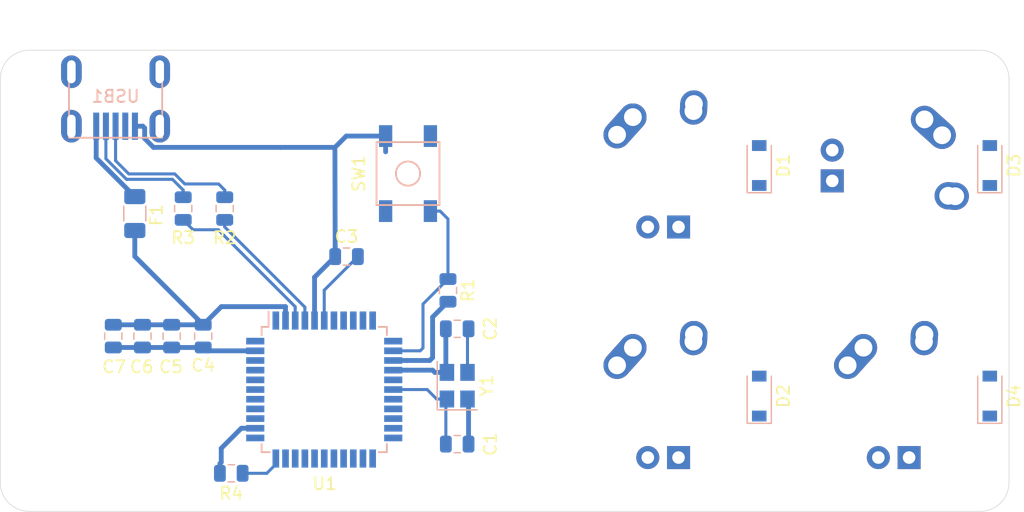
<source format=kicad_pcb>
(kicad_pcb (version 20171130) (host pcbnew "(5.1.4)-1")

  (general
    (thickness 1.6)
    (drawings 8)
    (tracks 83)
    (zones 0)
    (modules 24)
    (nets 46)
  )

  (page A4)
  (layers
    (0 F.Cu signal)
    (31 B.Cu signal)
    (32 B.Adhes user)
    (33 F.Adhes user)
    (34 B.Paste user)
    (35 F.Paste user)
    (36 B.SilkS user)
    (37 F.SilkS user)
    (38 B.Mask user)
    (39 F.Mask user)
    (40 Dwgs.User user)
    (41 Cmts.User user)
    (42 Eco1.User user)
    (43 Eco2.User user)
    (44 Edge.Cuts user)
    (45 Margin user)
    (46 B.CrtYd user)
    (47 F.CrtYd user)
    (48 B.Fab user)
    (49 F.Fab user)
  )

  (setup
    (last_trace_width 0.25)
    (trace_clearance 0.2)
    (zone_clearance 0.508)
    (zone_45_only no)
    (trace_min 0.2)
    (via_size 0.8)
    (via_drill 0.4)
    (via_min_size 0.4)
    (via_min_drill 0.3)
    (uvia_size 0.3)
    (uvia_drill 0.1)
    (uvias_allowed no)
    (uvia_min_size 0.2)
    (uvia_min_drill 0.1)
    (edge_width 0.05)
    (segment_width 0.2)
    (pcb_text_width 0.3)
    (pcb_text_size 1.5 1.5)
    (mod_edge_width 0.12)
    (mod_text_size 1 1)
    (mod_text_width 0.15)
    (pad_size 1.524 1.524)
    (pad_drill 0.762)
    (pad_to_mask_clearance 0.051)
    (solder_mask_min_width 0.25)
    (aux_axis_origin 0 0)
    (visible_elements 7FFFFFFF)
    (pcbplotparams
      (layerselection 0x010fc_ffffffff)
      (usegerberextensions false)
      (usegerberattributes false)
      (usegerberadvancedattributes false)
      (creategerberjobfile false)
      (excludeedgelayer true)
      (linewidth 0.100000)
      (plotframeref false)
      (viasonmask false)
      (mode 1)
      (useauxorigin false)
      (hpglpennumber 1)
      (hpglpenspeed 20)
      (hpglpendiameter 15.000000)
      (psnegative false)
      (psa4output false)
      (plotreference true)
      (plotvalue true)
      (plotinvisibletext false)
      (padsonsilk false)
      (subtractmaskfromsilk false)
      (outputformat 1)
      (mirror false)
      (drillshape 1)
      (scaleselection 1)
      (outputdirectory ""))
  )

  (net 0 "")
  (net 1 "Net-(C1-Pad2)")
  (net 2 GND)
  (net 3 "Net-(C2-Pad1)")
  (net 4 "Net-(C3-Pad1)")
  (net 5 +5V)
  (net 6 "Net-(D1-Pad2)")
  (net 7 ROW0)
  (net 8 "Net-(D2-Pad2)")
  (net 9 ROW1)
  (net 10 "Net-(D3-Pad2)")
  (net 11 "Net-(D4-Pad2)")
  (net 12 VCC)
  (net 13 COL0)
  (net 14 COL1)
  (net 15 "Net-(R1-Pad2)")
  (net 16 D+)
  (net 17 "Net-(R2-Pad1)")
  (net 18 D-)
  (net 19 "Net-(R3-Pad1)")
  (net 20 "Net-(R4-Pad2)")
  (net 21 "Net-(U1-Pad24)")
  (net 22 "Net-(U1-Pad42)")
  (net 23 "Net-(U1-Pad41)")
  (net 24 "Net-(U1-Pad40)")
  (net 25 "Net-(U1-Pad39)")
  (net 26 "Net-(U1-Pad38)")
  (net 27 "Net-(U1-Pad37)")
  (net 28 "Net-(U1-Pad36)")
  (net 29 "Net-(U1-Pad32)")
  (net 30 "Net-(U1-Pad31)")
  (net 31 "Net-(U1-Pad26)")
  (net 32 "Net-(U1-Pad25)")
  (net 33 "Net-(U1-Pad22)")
  (net 34 "Net-(U1-Pad21)")
  (net 35 "Net-(U1-Pad20)")
  (net 36 "Net-(U1-Pad19)")
  (net 37 "Net-(U1-Pad18)")
  (net 38 "Net-(U1-Pad12)")
  (net 39 "Net-(U1-Pad11)")
  (net 40 "Net-(U1-Pad10)")
  (net 41 "Net-(U1-Pad9)")
  (net 42 "Net-(U1-Pad8)")
  (net 43 "Net-(U1-Pad1)")
  (net 44 "Net-(USB1-Pad6)")
  (net 45 "Net-(USB1-Pad2)")

  (net_class Default "This is the default net class."
    (clearance 0.2)
    (trace_width 0.25)
    (via_dia 0.8)
    (via_drill 0.4)
    (uvia_dia 0.3)
    (uvia_drill 0.1)
    (add_net COL0)
    (add_net COL1)
    (add_net D+)
    (add_net D-)
    (add_net "Net-(C1-Pad2)")
    (add_net "Net-(C2-Pad1)")
    (add_net "Net-(C3-Pad1)")
    (add_net "Net-(D1-Pad2)")
    (add_net "Net-(D2-Pad2)")
    (add_net "Net-(D3-Pad2)")
    (add_net "Net-(D4-Pad2)")
    (add_net "Net-(R1-Pad2)")
    (add_net "Net-(R2-Pad1)")
    (add_net "Net-(R3-Pad1)")
    (add_net "Net-(R4-Pad2)")
    (add_net "Net-(U1-Pad1)")
    (add_net "Net-(U1-Pad10)")
    (add_net "Net-(U1-Pad11)")
    (add_net "Net-(U1-Pad12)")
    (add_net "Net-(U1-Pad18)")
    (add_net "Net-(U1-Pad19)")
    (add_net "Net-(U1-Pad20)")
    (add_net "Net-(U1-Pad21)")
    (add_net "Net-(U1-Pad22)")
    (add_net "Net-(U1-Pad24)")
    (add_net "Net-(U1-Pad25)")
    (add_net "Net-(U1-Pad26)")
    (add_net "Net-(U1-Pad31)")
    (add_net "Net-(U1-Pad32)")
    (add_net "Net-(U1-Pad36)")
    (add_net "Net-(U1-Pad37)")
    (add_net "Net-(U1-Pad38)")
    (add_net "Net-(U1-Pad39)")
    (add_net "Net-(U1-Pad40)")
    (add_net "Net-(U1-Pad41)")
    (add_net "Net-(U1-Pad42)")
    (add_net "Net-(U1-Pad8)")
    (add_net "Net-(U1-Pad9)")
    (add_net "Net-(USB1-Pad2)")
    (add_net "Net-(USB1-Pad6)")
    (add_net ROW0)
    (add_net ROW1)
  )

  (net_class Power ""
    (clearance 0.2)
    (trace_width 0.4)
    (via_dia 0.8)
    (via_drill 0.4)
    (uvia_dia 0.3)
    (uvia_drill 0.1)
    (add_net +5V)
    (add_net GND)
    (add_net VCC)
  )

  (module Crystal:Crystal_SMD_3225-4Pin_3.2x2.5mm (layer B.Cu) (tedit 5A0FD1B2) (tstamp 6478654B)
    (at 136.17575 148.36775 90)
    (descr "SMD Crystal SERIES SMD3225/4 http://www.txccrystal.com/images/pdf/7m-accuracy.pdf, 3.2x2.5mm^2 package")
    (tags "SMD SMT crystal")
    (path /64786AFA)
    (attr smd)
    (fp_text reference Y1 (at 0 2.45 90) (layer F.SilkS)
      (effects (font (size 1 1) (thickness 0.15)))
    )
    (fp_text value C (at 0 -2.45 90) (layer F.Fab)
      (effects (font (size 1 1) (thickness 0.15)))
    )
    (fp_line (start 2.1 1.7) (end -2.1 1.7) (layer B.CrtYd) (width 0.05))
    (fp_line (start 2.1 -1.7) (end 2.1 1.7) (layer B.CrtYd) (width 0.05))
    (fp_line (start -2.1 -1.7) (end 2.1 -1.7) (layer B.CrtYd) (width 0.05))
    (fp_line (start -2.1 1.7) (end -2.1 -1.7) (layer B.CrtYd) (width 0.05))
    (fp_line (start -2 -1.65) (end 2 -1.65) (layer B.SilkS) (width 0.12))
    (fp_line (start -2 1.65) (end -2 -1.65) (layer B.SilkS) (width 0.12))
    (fp_line (start -1.6 -0.25) (end -0.6 -1.25) (layer B.Fab) (width 0.1))
    (fp_line (start 1.6 1.25) (end -1.6 1.25) (layer B.Fab) (width 0.1))
    (fp_line (start 1.6 -1.25) (end 1.6 1.25) (layer B.Fab) (width 0.1))
    (fp_line (start -1.6 -1.25) (end 1.6 -1.25) (layer B.Fab) (width 0.1))
    (fp_line (start -1.6 1.25) (end -1.6 -1.25) (layer B.Fab) (width 0.1))
    (pad 4 smd rect (at -1.1 0.85 90) (size 1.4 1.2) (layers B.Cu B.Paste B.Mask)
      (net 2 GND))
    (pad 3 smd rect (at 1.1 0.85 90) (size 1.4 1.2) (layers B.Cu B.Paste B.Mask)
      (net 3 "Net-(C2-Pad1)"))
    (pad 2 smd rect (at 1.1 -0.85 90) (size 1.4 1.2) (layers B.Cu B.Paste B.Mask)
      (net 2 GND))
    (pad 1 smd rect (at -1.1 -0.85 90) (size 1.4 1.2) (layers B.Cu B.Paste B.Mask)
      (net 1 "Net-(C1-Pad2)"))
    (model ${KISYS3DMOD}/Crystal.3dshapes/Crystal_SMD_3225-4Pin_3.2x2.5mm.wrl
      (at (xyz 0 0 0))
      (scale (xyz 1 1 1))
      (rotate (xyz 0 0 0))
    )
  )

  (module random-keyboard-parts:Molex-0548190589 (layer B.Cu) (tedit 5C494815) (tstamp 64786537)
    (at 107.95 122.428 270)
    (path /647F85D0)
    (attr smd)
    (fp_text reference USB1 (at 2.032 0 180) (layer B.SilkS)
      (effects (font (size 1 1) (thickness 0.15)) (justify mirror))
    )
    (fp_text value Molex-0548190589 (at -5.08 0 180) (layer Dwgs.User)
      (effects (font (size 1 1) (thickness 0.15)))
    )
    (fp_text user %R (at 2 0 180) (layer B.CrtYd)
      (effects (font (size 1 1) (thickness 0.15)) (justify mirror))
    )
    (fp_line (start 3.25 1.25) (end 5.5 1.25) (layer B.CrtYd) (width 0.15))
    (fp_line (start 5.5 0.5) (end 3.25 0.5) (layer B.CrtYd) (width 0.15))
    (fp_line (start 3.25 -0.5) (end 5.5 -0.5) (layer B.CrtYd) (width 0.15))
    (fp_line (start 5.5 -1.25) (end 3.25 -1.25) (layer B.CrtYd) (width 0.15))
    (fp_line (start 3.25 -2) (end 5.5 -2) (layer B.CrtYd) (width 0.15))
    (fp_line (start 3.25 2) (end 3.25 -2) (layer B.CrtYd) (width 0.15))
    (fp_line (start 5.5 2) (end 3.25 2) (layer B.CrtYd) (width 0.15))
    (fp_line (start -3.75 -3.75) (end -3.75 3.75) (layer B.CrtYd) (width 0.15))
    (fp_line (start 5.5 -3.75) (end -3.75 -3.75) (layer B.CrtYd) (width 0.15))
    (fp_line (start 5.5 3.75) (end 5.5 -3.75) (layer B.CrtYd) (width 0.15))
    (fp_line (start -3.75 3.75) (end 5.5 3.75) (layer B.CrtYd) (width 0.15))
    (fp_line (start 0 3.85) (end 5.45 3.85) (layer B.SilkS) (width 0.15))
    (fp_line (start 0 -3.85) (end 5.45 -3.85) (layer B.SilkS) (width 0.15))
    (fp_line (start 5.45 3.85) (end 5.45 -3.85) (layer B.SilkS) (width 0.15))
    (fp_line (start -3.75 3.85) (end 0 3.85) (layer Dwgs.User) (width 0.15))
    (fp_line (start -3.75 -3.85) (end 0 -3.85) (layer Dwgs.User) (width 0.15))
    (fp_line (start -1.75 4.572) (end -1.75 -4.572) (layer Dwgs.User) (width 0.15))
    (fp_line (start -3.75 3.85) (end -3.75 -3.85) (layer Dwgs.User) (width 0.15))
    (pad 6 thru_hole oval (at 0 3.65 270) (size 2.7 1.7) (drill oval 1.9 0.7) (layers *.Cu *.Mask)
      (net 44 "Net-(USB1-Pad6)"))
    (pad 6 thru_hole oval (at 0 -3.65 270) (size 2.7 1.7) (drill oval 1.9 0.7) (layers *.Cu *.Mask)
      (net 44 "Net-(USB1-Pad6)"))
    (pad 6 thru_hole oval (at 4.5 -3.65 270) (size 2.7 1.7) (drill oval 1.9 0.7) (layers *.Cu *.Mask)
      (net 44 "Net-(USB1-Pad6)"))
    (pad 6 thru_hole oval (at 4.5 3.65 270) (size 2.7 1.7) (drill oval 1.9 0.7) (layers *.Cu *.Mask)
      (net 44 "Net-(USB1-Pad6)"))
    (pad 5 smd rect (at 4.5 1.6 270) (size 2.25 0.5) (layers B.Cu B.Paste B.Mask)
      (net 12 VCC))
    (pad 4 smd rect (at 4.5 0.8 270) (size 2.25 0.5) (layers B.Cu B.Paste B.Mask)
      (net 18 D-))
    (pad 3 smd rect (at 4.5 0 270) (size 2.25 0.5) (layers B.Cu B.Paste B.Mask)
      (net 16 D+))
    (pad 2 smd rect (at 4.5 -0.8 270) (size 2.25 0.5) (layers B.Cu B.Paste B.Mask)
      (net 45 "Net-(USB1-Pad2)"))
    (pad 1 smd rect (at 4.5 -1.6 270) (size 2.25 0.5) (layers B.Cu B.Paste B.Mask)
      (net 2 GND))
  )

  (module Package_QFP:TQFP-44_10x10mm_P0.8mm (layer B.Cu) (tedit 5A02F146) (tstamp 64786517)
    (at 125.19025 148.68525 270)
    (descr "44-Lead Plastic Thin Quad Flatpack (PT) - 10x10x1.0 mm Body [TQFP] (see Microchip Packaging Specification 00000049BS.pdf)")
    (tags "QFP 0.8")
    (path /64754D86)
    (attr smd)
    (fp_text reference U1 (at 7.77875 -0.03175 180) (layer F.SilkS)
      (effects (font (size 1 1) (thickness 0.15)))
    )
    (fp_text value atmega (at 0 -7.45 90) (layer F.Fab)
      (effects (font (size 1 1) (thickness 0.15)))
    )
    (fp_line (start -5.175 4.6) (end -6.45 4.6) (layer B.SilkS) (width 0.15))
    (fp_line (start 5.175 5.175) (end 4.5 5.175) (layer B.SilkS) (width 0.15))
    (fp_line (start 5.175 -5.175) (end 4.5 -5.175) (layer B.SilkS) (width 0.15))
    (fp_line (start -5.175 -5.175) (end -4.5 -5.175) (layer B.SilkS) (width 0.15))
    (fp_line (start -5.175 5.175) (end -4.5 5.175) (layer B.SilkS) (width 0.15))
    (fp_line (start -5.175 -5.175) (end -5.175 -4.5) (layer B.SilkS) (width 0.15))
    (fp_line (start 5.175 -5.175) (end 5.175 -4.5) (layer B.SilkS) (width 0.15))
    (fp_line (start 5.175 5.175) (end 5.175 4.5) (layer B.SilkS) (width 0.15))
    (fp_line (start -5.175 5.175) (end -5.175 4.6) (layer B.SilkS) (width 0.15))
    (fp_line (start -6.7 -6.7) (end 6.7 -6.7) (layer B.CrtYd) (width 0.05))
    (fp_line (start -6.7 6.7) (end 6.7 6.7) (layer B.CrtYd) (width 0.05))
    (fp_line (start 6.7 6.7) (end 6.7 -6.7) (layer B.CrtYd) (width 0.05))
    (fp_line (start -6.7 6.7) (end -6.7 -6.7) (layer B.CrtYd) (width 0.05))
    (fp_line (start -5 4) (end -4 5) (layer B.Fab) (width 0.15))
    (fp_line (start -5 -5) (end -5 4) (layer B.Fab) (width 0.15))
    (fp_line (start 5 -5) (end -5 -5) (layer B.Fab) (width 0.15))
    (fp_line (start 5 5) (end 5 -5) (layer B.Fab) (width 0.15))
    (fp_line (start -4 5) (end 5 5) (layer B.Fab) (width 0.15))
    (pad 44 smd rect (at -4 5.7 180) (size 1.5 0.55) (layers B.Cu B.Paste B.Mask)
      (net 21 "Net-(U1-Pad24)"))
    (pad 43 smd rect (at -3.2 5.7 180) (size 1.5 0.55) (layers B.Cu B.Paste B.Mask)
      (net 2 GND))
    (pad 42 smd rect (at -2.4 5.7 180) (size 1.5 0.55) (layers B.Cu B.Paste B.Mask)
      (net 22 "Net-(U1-Pad42)"))
    (pad 41 smd rect (at -1.6 5.7 180) (size 1.5 0.55) (layers B.Cu B.Paste B.Mask)
      (net 23 "Net-(U1-Pad41)"))
    (pad 40 smd rect (at -0.8 5.7 180) (size 1.5 0.55) (layers B.Cu B.Paste B.Mask)
      (net 24 "Net-(U1-Pad40)"))
    (pad 39 smd rect (at 0 5.7 180) (size 1.5 0.55) (layers B.Cu B.Paste B.Mask)
      (net 25 "Net-(U1-Pad39)"))
    (pad 38 smd rect (at 0.8 5.7 180) (size 1.5 0.55) (layers B.Cu B.Paste B.Mask)
      (net 26 "Net-(U1-Pad38)"))
    (pad 37 smd rect (at 1.6 5.7 180) (size 1.5 0.55) (layers B.Cu B.Paste B.Mask)
      (net 27 "Net-(U1-Pad37)"))
    (pad 36 smd rect (at 2.4 5.7 180) (size 1.5 0.55) (layers B.Cu B.Paste B.Mask)
      (net 28 "Net-(U1-Pad36)"))
    (pad 35 smd rect (at 3.2 5.7 180) (size 1.5 0.55) (layers B.Cu B.Paste B.Mask)
      (net 2 GND))
    (pad 34 smd rect (at 4 5.7 180) (size 1.5 0.55) (layers B.Cu B.Paste B.Mask)
      (net 5 +5V))
    (pad 33 smd rect (at 5.7 4 270) (size 1.5 0.55) (layers B.Cu B.Paste B.Mask)
      (net 20 "Net-(R4-Pad2)"))
    (pad 32 smd rect (at 5.7 3.2 270) (size 1.5 0.55) (layers B.Cu B.Paste B.Mask)
      (net 29 "Net-(U1-Pad32)"))
    (pad 31 smd rect (at 5.7 2.4 270) (size 1.5 0.55) (layers B.Cu B.Paste B.Mask)
      (net 30 "Net-(U1-Pad31)"))
    (pad 30 smd rect (at 5.7 1.6 270) (size 1.5 0.55) (layers B.Cu B.Paste B.Mask)
      (net 9 ROW1))
    (pad 29 smd rect (at 5.7 0.8 270) (size 1.5 0.55) (layers B.Cu B.Paste B.Mask)
      (net 13 COL0))
    (pad 28 smd rect (at 5.7 0 270) (size 1.5 0.55) (layers B.Cu B.Paste B.Mask)
      (net 14 COL1))
    (pad 27 smd rect (at 5.7 -0.8 270) (size 1.5 0.55) (layers B.Cu B.Paste B.Mask)
      (net 7 ROW0))
    (pad 26 smd rect (at 5.7 -1.6 270) (size 1.5 0.55) (layers B.Cu B.Paste B.Mask)
      (net 31 "Net-(U1-Pad26)"))
    (pad 25 smd rect (at 5.7 -2.4 270) (size 1.5 0.55) (layers B.Cu B.Paste B.Mask)
      (net 32 "Net-(U1-Pad25)"))
    (pad 24 smd rect (at 5.7 -3.2 270) (size 1.5 0.55) (layers B.Cu B.Paste B.Mask)
      (net 21 "Net-(U1-Pad24)"))
    (pad 23 smd rect (at 5.7 -4 270) (size 1.5 0.55) (layers B.Cu B.Paste B.Mask)
      (net 2 GND))
    (pad 22 smd rect (at 4 -5.7 180) (size 1.5 0.55) (layers B.Cu B.Paste B.Mask)
      (net 33 "Net-(U1-Pad22)"))
    (pad 21 smd rect (at 3.2 -5.7 180) (size 1.5 0.55) (layers B.Cu B.Paste B.Mask)
      (net 34 "Net-(U1-Pad21)"))
    (pad 20 smd rect (at 2.4 -5.7 180) (size 1.5 0.55) (layers B.Cu B.Paste B.Mask)
      (net 35 "Net-(U1-Pad20)"))
    (pad 19 smd rect (at 1.6 -5.7 180) (size 1.5 0.55) (layers B.Cu B.Paste B.Mask)
      (net 36 "Net-(U1-Pad19)"))
    (pad 18 smd rect (at 0.8 -5.7 180) (size 1.5 0.55) (layers B.Cu B.Paste B.Mask)
      (net 37 "Net-(U1-Pad18)"))
    (pad 17 smd rect (at 0 -5.7 180) (size 1.5 0.55) (layers B.Cu B.Paste B.Mask)
      (net 1 "Net-(C1-Pad2)"))
    (pad 16 smd rect (at -0.8 -5.7 180) (size 1.5 0.55) (layers B.Cu B.Paste B.Mask)
      (net 3 "Net-(C2-Pad1)"))
    (pad 15 smd rect (at -1.6 -5.7 180) (size 1.5 0.55) (layers B.Cu B.Paste B.Mask)
      (net 2 GND))
    (pad 14 smd rect (at -2.4 -5.7 180) (size 1.5 0.55) (layers B.Cu B.Paste B.Mask)
      (net 5 +5V))
    (pad 13 smd rect (at -3.2 -5.7 180) (size 1.5 0.55) (layers B.Cu B.Paste B.Mask)
      (net 15 "Net-(R1-Pad2)"))
    (pad 12 smd rect (at -4 -5.7 180) (size 1.5 0.55) (layers B.Cu B.Paste B.Mask)
      (net 38 "Net-(U1-Pad12)"))
    (pad 11 smd rect (at -5.7 -4 270) (size 1.5 0.55) (layers B.Cu B.Paste B.Mask)
      (net 39 "Net-(U1-Pad11)"))
    (pad 10 smd rect (at -5.7 -3.2 270) (size 1.5 0.55) (layers B.Cu B.Paste B.Mask)
      (net 40 "Net-(U1-Pad10)"))
    (pad 9 smd rect (at -5.7 -2.4 270) (size 1.5 0.55) (layers B.Cu B.Paste B.Mask)
      (net 41 "Net-(U1-Pad9)"))
    (pad 8 smd rect (at -5.7 -1.6 270) (size 1.5 0.55) (layers B.Cu B.Paste B.Mask)
      (net 42 "Net-(U1-Pad8)"))
    (pad 7 smd rect (at -5.7 -0.8 270) (size 1.5 0.55) (layers B.Cu B.Paste B.Mask)
      (net 5 +5V))
    (pad 6 smd rect (at -5.7 0 270) (size 1.5 0.55) (layers B.Cu B.Paste B.Mask)
      (net 4 "Net-(C3-Pad1)"))
    (pad 5 smd rect (at -5.7 0.8 270) (size 1.5 0.55) (layers B.Cu B.Paste B.Mask)
      (net 2 GND))
    (pad 4 smd rect (at -5.7 1.6 270) (size 1.5 0.55) (layers B.Cu B.Paste B.Mask)
      (net 17 "Net-(R2-Pad1)"))
    (pad 3 smd rect (at -5.7 2.4 270) (size 1.5 0.55) (layers B.Cu B.Paste B.Mask)
      (net 19 "Net-(R3-Pad1)"))
    (pad 2 smd rect (at -5.7 3.2 270) (size 1.5 0.55) (layers B.Cu B.Paste B.Mask)
      (net 5 +5V))
    (pad 1 smd rect (at -5.7 4 270) (size 1.5 0.55) (layers B.Cu B.Paste B.Mask)
      (net 43 "Net-(U1-Pad1)"))
    (model ${KISYS3DMOD}/Package_QFP.3dshapes/TQFP-44_10x10mm_P0.8mm.wrl
      (at (xyz 0 0 0))
      (scale (xyz 1 1 1))
      (rotate (xyz 0 0 0))
    )
  )

  (module random-keyboard-parts:SKQG-1155865 (layer B.Cu) (tedit 5E62B398) (tstamp 647864D4)
    (at 132.11175 130.84175 90)
    (path /647A5C44)
    (attr smd)
    (fp_text reference SW1 (at 0 -4.064 90) (layer F.SilkS)
      (effects (font (size 1 1) (thickness 0.15)))
    )
    (fp_text value _ (at 0 4.064 90) (layer F.Fab)
      (effects (font (size 1 1) (thickness 0.15)))
    )
    (fp_line (start -2.6 2.6) (end 2.6 2.6) (layer B.SilkS) (width 0.15))
    (fp_line (start 2.6 2.6) (end 2.6 -2.6) (layer B.SilkS) (width 0.15))
    (fp_line (start 2.6 -2.6) (end -2.6 -2.6) (layer B.SilkS) (width 0.15))
    (fp_line (start -2.6 -2.6) (end -2.6 2.6) (layer B.SilkS) (width 0.15))
    (fp_circle (center 0 0) (end 1 0) (layer B.SilkS) (width 0.15))
    (fp_line (start -4.2 2.6) (end 4.2 2.6) (layer B.Fab) (width 0.15))
    (fp_line (start 4.2 2.6) (end 4.2 1.2) (layer B.Fab) (width 0.15))
    (fp_line (start 4.2 1.1) (end 2.6 1.1) (layer B.Fab) (width 0.15))
    (fp_line (start 2.6 1.1) (end 2.6 -1.1) (layer B.Fab) (width 0.15))
    (fp_line (start 2.6 -1.1) (end 4.2 -1.1) (layer B.Fab) (width 0.15))
    (fp_line (start 4.2 -1.1) (end 4.2 -2.6) (layer B.Fab) (width 0.15))
    (fp_line (start 4.2 -2.6) (end -4.2 -2.6) (layer B.Fab) (width 0.15))
    (fp_line (start -4.2 -2.6) (end -4.2 -1.1) (layer B.Fab) (width 0.15))
    (fp_line (start -4.2 -1.1) (end -2.6 -1.1) (layer B.Fab) (width 0.15))
    (fp_line (start -2.6 -1.1) (end -2.6 1.1) (layer B.Fab) (width 0.15))
    (fp_line (start -2.6 1.1) (end -4.2 1.1) (layer B.Fab) (width 0.15))
    (fp_line (start -4.2 1.1) (end -4.2 2.6) (layer B.Fab) (width 0.15))
    (fp_circle (center 0 0) (end 1 0) (layer B.Fab) (width 0.15))
    (fp_line (start -2.6 1.1) (end -1.1 2.6) (layer B.Fab) (width 0.15))
    (fp_line (start 2.6 1.1) (end 1.1 2.6) (layer B.Fab) (width 0.15))
    (fp_line (start 2.6 -1.1) (end 1.1 -2.6) (layer B.Fab) (width 0.15))
    (fp_line (start -2.6 -1.1) (end -1.1 -2.6) (layer B.Fab) (width 0.15))
    (pad 4 smd rect (at -3.1 -1.85 90) (size 1.8 1.1) (layers B.Cu B.Paste B.Mask))
    (pad 3 smd rect (at 3.1 1.85 90) (size 1.8 1.1) (layers B.Cu B.Paste B.Mask))
    (pad 2 smd rect (at -3.1 1.85 90) (size 1.8 1.1) (layers B.Cu B.Paste B.Mask)
      (net 15 "Net-(R1-Pad2)"))
    (pad 1 smd rect (at 3.1 -1.85 90) (size 1.8 1.1) (layers B.Cu B.Paste B.Mask)
      (net 2 GND))
    (model ${KISYS3DMOD}/Button_Switch_SMD.3dshapes/SW_SPST_TL3342.step
      (at (xyz 0 0 0))
      (scale (xyz 1 1 1))
      (rotate (xyz 0 0 0))
    )
  )

  (module Resistor_SMD:R_0805_2012Metric (layer B.Cu) (tedit 5B36C52B) (tstamp 647864B6)
    (at 117.50675 155.60675)
    (descr "Resistor SMD 0805 (2012 Metric), square (rectangular) end terminal, IPC_7351 nominal, (Body size source: https://docs.google.com/spreadsheets/d/1BsfQQcO9C6DZCsRaXUlFlo91Tg2WpOkGARC1WS5S8t0/edit?usp=sharing), generated with kicad-footprint-generator")
    (tags resistor)
    (path /64762CF0)
    (attr smd)
    (fp_text reference R4 (at 0 1.65) (layer F.SilkS)
      (effects (font (size 1 1) (thickness 0.15)))
    )
    (fp_text value _ (at 0 -1.65) (layer F.Fab)
      (effects (font (size 1 1) (thickness 0.15)))
    )
    (fp_line (start 1.68 -0.95) (end -1.68 -0.95) (layer B.CrtYd) (width 0.05))
    (fp_line (start 1.68 0.95) (end 1.68 -0.95) (layer B.CrtYd) (width 0.05))
    (fp_line (start -1.68 0.95) (end 1.68 0.95) (layer B.CrtYd) (width 0.05))
    (fp_line (start -1.68 -0.95) (end -1.68 0.95) (layer B.CrtYd) (width 0.05))
    (fp_line (start -0.258578 -0.71) (end 0.258578 -0.71) (layer B.SilkS) (width 0.12))
    (fp_line (start -0.258578 0.71) (end 0.258578 0.71) (layer B.SilkS) (width 0.12))
    (fp_line (start 1 -0.6) (end -1 -0.6) (layer B.Fab) (width 0.1))
    (fp_line (start 1 0.6) (end 1 -0.6) (layer B.Fab) (width 0.1))
    (fp_line (start -1 0.6) (end 1 0.6) (layer B.Fab) (width 0.1))
    (fp_line (start -1 -0.6) (end -1 0.6) (layer B.Fab) (width 0.1))
    (pad 2 smd roundrect (at 0.9375 0) (size 0.975 1.4) (layers B.Cu B.Paste B.Mask) (roundrect_rratio 0.25)
      (net 20 "Net-(R4-Pad2)"))
    (pad 1 smd roundrect (at -0.9375 0) (size 0.975 1.4) (layers B.Cu B.Paste B.Mask) (roundrect_rratio 0.25)
      (net 2 GND))
    (model ${KISYS3DMOD}/Resistor_SMD.3dshapes/R_0805_2012Metric.wrl
      (at (xyz 0 0 0))
      (scale (xyz 1 1 1))
      (rotate (xyz 0 0 0))
    )
  )

  (module Resistor_SMD:R_0805_2012Metric (layer B.Cu) (tedit 5B36C52B) (tstamp 647864A5)
    (at 113.538 133.731 90)
    (descr "Resistor SMD 0805 (2012 Metric), square (rectangular) end terminal, IPC_7351 nominal, (Body size source: https://docs.google.com/spreadsheets/d/1BsfQQcO9C6DZCsRaXUlFlo91Tg2WpOkGARC1WS5S8t0/edit?usp=sharing), generated with kicad-footprint-generator")
    (tags resistor)
    (path /6476B69E)
    (attr smd)
    (fp_text reference R3 (at -2.413 0 -180) (layer F.SilkS)
      (effects (font (size 1 1) (thickness 0.15)))
    )
    (fp_text value _ (at 0 -1.65 270) (layer B.Fab)
      (effects (font (size 1 1) (thickness 0.15)) (justify mirror))
    )
    (fp_text user %R (at 0 0 270) (layer B.Fab)
      (effects (font (size 0.5 0.5) (thickness 0.08)) (justify mirror))
    )
    (fp_line (start 1.68 -0.95) (end -1.68 -0.95) (layer B.CrtYd) (width 0.05))
    (fp_line (start 1.68 0.95) (end 1.68 -0.95) (layer B.CrtYd) (width 0.05))
    (fp_line (start -1.68 0.95) (end 1.68 0.95) (layer B.CrtYd) (width 0.05))
    (fp_line (start -1.68 -0.95) (end -1.68 0.95) (layer B.CrtYd) (width 0.05))
    (fp_line (start -0.258578 -0.71) (end 0.258578 -0.71) (layer B.SilkS) (width 0.12))
    (fp_line (start -0.258578 0.71) (end 0.258578 0.71) (layer B.SilkS) (width 0.12))
    (fp_line (start 1 -0.6) (end -1 -0.6) (layer B.Fab) (width 0.1))
    (fp_line (start 1 0.6) (end 1 -0.6) (layer B.Fab) (width 0.1))
    (fp_line (start -1 0.6) (end 1 0.6) (layer B.Fab) (width 0.1))
    (fp_line (start -1 -0.6) (end -1 0.6) (layer B.Fab) (width 0.1))
    (pad 2 smd roundrect (at 0.9375 0 90) (size 0.975 1.4) (layers B.Cu B.Paste B.Mask) (roundrect_rratio 0.25)
      (net 18 D-))
    (pad 1 smd roundrect (at -0.9375 0 90) (size 0.975 1.4) (layers B.Cu B.Paste B.Mask) (roundrect_rratio 0.25)
      (net 19 "Net-(R3-Pad1)"))
    (model ${KISYS3DMOD}/Resistor_SMD.3dshapes/R_0805_2012Metric.wrl
      (at (xyz 0 0 0))
      (scale (xyz 1 1 1))
      (rotate (xyz 0 0 0))
    )
  )

  (module Resistor_SMD:R_0805_2012Metric (layer B.Cu) (tedit 5B36C52B) (tstamp 64786494)
    (at 116.967 133.731 90)
    (descr "Resistor SMD 0805 (2012 Metric), square (rectangular) end terminal, IPC_7351 nominal, (Body size source: https://docs.google.com/spreadsheets/d/1BsfQQcO9C6DZCsRaXUlFlo91Tg2WpOkGARC1WS5S8t0/edit?usp=sharing), generated with kicad-footprint-generator")
    (tags resistor)
    (path /6476CAEB)
    (attr smd)
    (fp_text reference R2 (at -2.413 0) (layer F.SilkS)
      (effects (font (size 1 1) (thickness 0.15)))
    )
    (fp_text value _ (at 0 -1.65 90) (layer F.Fab)
      (effects (font (size 1 1) (thickness 0.15)))
    )
    (fp_text user %R (at 0 0 90) (layer B.Fab)
      (effects (font (size 0.5 0.5) (thickness 0.08)) (justify mirror))
    )
    (fp_line (start 1.68 -0.95) (end -1.68 -0.95) (layer B.CrtYd) (width 0.05))
    (fp_line (start 1.68 0.95) (end 1.68 -0.95) (layer B.CrtYd) (width 0.05))
    (fp_line (start -1.68 0.95) (end 1.68 0.95) (layer B.CrtYd) (width 0.05))
    (fp_line (start -1.68 -0.95) (end -1.68 0.95) (layer B.CrtYd) (width 0.05))
    (fp_line (start -0.258578 -0.71) (end 0.258578 -0.71) (layer B.SilkS) (width 0.12))
    (fp_line (start -0.258578 0.71) (end 0.258578 0.71) (layer B.SilkS) (width 0.12))
    (fp_line (start 1 -0.6) (end -1 -0.6) (layer B.Fab) (width 0.1))
    (fp_line (start 1 0.6) (end 1 -0.6) (layer B.Fab) (width 0.1))
    (fp_line (start -1 0.6) (end 1 0.6) (layer B.Fab) (width 0.1))
    (fp_line (start -1 -0.6) (end -1 0.6) (layer B.Fab) (width 0.1))
    (pad 2 smd roundrect (at 0.9375 0 90) (size 0.975 1.4) (layers B.Cu B.Paste B.Mask) (roundrect_rratio 0.25)
      (net 16 D+))
    (pad 1 smd roundrect (at -0.9375 0 90) (size 0.975 1.4) (layers B.Cu B.Paste B.Mask) (roundrect_rratio 0.25)
      (net 17 "Net-(R2-Pad1)"))
    (model ${KISYS3DMOD}/Resistor_SMD.3dshapes/R_0805_2012Metric.wrl
      (at (xyz 0 0 0))
      (scale (xyz 1 1 1))
      (rotate (xyz 0 0 0))
    )
  )

  (module Resistor_SMD:R_0805_2012Metric (layer B.Cu) (tedit 5B36C52B) (tstamp 64786483)
    (at 135.41375 140.49375 90)
    (descr "Resistor SMD 0805 (2012 Metric), square (rectangular) end terminal, IPC_7351 nominal, (Body size source: https://docs.google.com/spreadsheets/d/1BsfQQcO9C6DZCsRaXUlFlo91Tg2WpOkGARC1WS5S8t0/edit?usp=sharing), generated with kicad-footprint-generator")
    (tags resistor)
    (path /647AA48D)
    (attr smd)
    (fp_text reference R1 (at 0 1.65 90) (layer F.SilkS)
      (effects (font (size 1 1) (thickness 0.15)))
    )
    (fp_text value _ (at 0 -1.65 90) (layer F.Fab)
      (effects (font (size 1 1) (thickness 0.15)))
    )
    (fp_line (start 1.68 -0.95) (end -1.68 -0.95) (layer B.CrtYd) (width 0.05))
    (fp_line (start 1.68 0.95) (end 1.68 -0.95) (layer B.CrtYd) (width 0.05))
    (fp_line (start -1.68 0.95) (end 1.68 0.95) (layer B.CrtYd) (width 0.05))
    (fp_line (start -1.68 -0.95) (end -1.68 0.95) (layer B.CrtYd) (width 0.05))
    (fp_line (start -0.258578 -0.71) (end 0.258578 -0.71) (layer B.SilkS) (width 0.12))
    (fp_line (start -0.258578 0.71) (end 0.258578 0.71) (layer B.SilkS) (width 0.12))
    (fp_line (start 1 -0.6) (end -1 -0.6) (layer B.Fab) (width 0.1))
    (fp_line (start 1 0.6) (end 1 -0.6) (layer B.Fab) (width 0.1))
    (fp_line (start -1 0.6) (end 1 0.6) (layer B.Fab) (width 0.1))
    (fp_line (start -1 -0.6) (end -1 0.6) (layer B.Fab) (width 0.1))
    (pad 2 smd roundrect (at 0.9375 0 90) (size 0.975 1.4) (layers B.Cu B.Paste B.Mask) (roundrect_rratio 0.25)
      (net 15 "Net-(R1-Pad2)"))
    (pad 1 smd roundrect (at -0.9375 0 90) (size 0.975 1.4) (layers B.Cu B.Paste B.Mask) (roundrect_rratio 0.25)
      (net 5 +5V))
    (model ${KISYS3DMOD}/Resistor_SMD.3dshapes/R_0805_2012Metric.wrl
      (at (xyz 0 0 0))
      (scale (xyz 1 1 1))
      (rotate (xyz 0 0 0))
    )
  )

  (module MX_Alps_Hybrid:MX-1U (layer F.Cu) (tedit 5A9F3A9A) (tstamp 64786472)
    (at 172.24375 149.225)
    (path /64803C89)
    (fp_text reference MX4 (at 0 3.175) (layer Dwgs.User)
      (effects (font (size 1 1) (thickness 0.15)))
    )
    (fp_text value _ (at 0 -7.9375) (layer Dwgs.User)
      (effects (font (size 1 1) (thickness 0.15)))
    )
    (fp_line (start -9.525 9.525) (end -9.525 -9.525) (layer Dwgs.User) (width 0.15))
    (fp_line (start 9.525 9.525) (end -9.525 9.525) (layer Dwgs.User) (width 0.15))
    (fp_line (start 9.525 -9.525) (end 9.525 9.525) (layer Dwgs.User) (width 0.15))
    (fp_line (start -9.525 -9.525) (end 9.525 -9.525) (layer Dwgs.User) (width 0.15))
    (fp_line (start -7 -7) (end -7 -5) (layer Dwgs.User) (width 0.15))
    (fp_line (start -5 -7) (end -7 -7) (layer Dwgs.User) (width 0.15))
    (fp_line (start -7 7) (end -5 7) (layer Dwgs.User) (width 0.15))
    (fp_line (start -7 5) (end -7 7) (layer Dwgs.User) (width 0.15))
    (fp_line (start 7 7) (end 7 5) (layer Dwgs.User) (width 0.15))
    (fp_line (start 5 7) (end 7 7) (layer Dwgs.User) (width 0.15))
    (fp_line (start 7 -7) (end 7 -5) (layer Dwgs.User) (width 0.15))
    (fp_line (start 5 -7) (end 7 -7) (layer Dwgs.User) (width 0.15))
    (pad "" np_thru_hole circle (at 5.08 0 48.0996) (size 1.75 1.75) (drill 1.75) (layers *.Cu *.Mask))
    (pad "" np_thru_hole circle (at -5.08 0 48.0996) (size 1.75 1.75) (drill 1.75) (layers *.Cu *.Mask))
    (pad 4 thru_hole rect (at 1.27 5.08) (size 1.905 1.905) (drill 1.04) (layers *.Cu B.Mask))
    (pad 3 thru_hole circle (at -1.27 5.08) (size 1.905 1.905) (drill 1.04) (layers *.Cu B.Mask))
    (pad 1 thru_hole circle (at -2.5 -4) (size 2.25 2.25) (drill 1.47) (layers *.Cu B.Mask)
      (net 14 COL1))
    (pad "" np_thru_hole circle (at 0 0) (size 3.9878 3.9878) (drill 3.9878) (layers *.Cu *.Mask))
    (pad 1 thru_hole oval (at -3.81 -2.54 48.0996) (size 4.211556 2.25) (drill 1.47 (offset 0.980778 0)) (layers *.Cu B.Mask)
      (net 14 COL1))
    (pad 2 thru_hole circle (at 2.54 -5.08) (size 2.25 2.25) (drill 1.47) (layers *.Cu B.Mask)
      (net 11 "Net-(D4-Pad2)"))
    (pad 2 thru_hole oval (at 2.5 -4.5 86.0548) (size 2.831378 2.25) (drill 1.47 (offset 0.290689 0)) (layers *.Cu B.Mask)
      (net 11 "Net-(D4-Pad2)"))
  )

  (module MX_Alps_Hybrid:MX-1U (layer F.Cu) (tedit 5A9F3A9A) (tstamp 64786459)
    (at 172.24375 130.175 270)
    (path /648030F7)
    (fp_text reference MX3 (at 0 3.175 90) (layer Dwgs.User)
      (effects (font (size 1 1) (thickness 0.15)))
    )
    (fp_text value MX-NoLED (at 0 -7.9375 90) (layer Dwgs.User)
      (effects (font (size 1 1) (thickness 0.15)))
    )
    (fp_line (start -9.525 9.525) (end -9.525 -9.525) (layer Dwgs.User) (width 0.15))
    (fp_line (start 9.525 9.525) (end -9.525 9.525) (layer Dwgs.User) (width 0.15))
    (fp_line (start 9.525 -9.525) (end 9.525 9.525) (layer Dwgs.User) (width 0.15))
    (fp_line (start -9.525 -9.525) (end 9.525 -9.525) (layer Dwgs.User) (width 0.15))
    (fp_line (start -7 -7) (end -7 -5) (layer Dwgs.User) (width 0.15))
    (fp_line (start -5 -7) (end -7 -7) (layer Dwgs.User) (width 0.15))
    (fp_line (start -7 7) (end -5 7) (layer Dwgs.User) (width 0.15))
    (fp_line (start -7 5) (end -7 7) (layer Dwgs.User) (width 0.15))
    (fp_line (start 7 7) (end 7 5) (layer Dwgs.User) (width 0.15))
    (fp_line (start 5 7) (end 7 7) (layer Dwgs.User) (width 0.15))
    (fp_line (start 7 -7) (end 7 -5) (layer Dwgs.User) (width 0.15))
    (fp_line (start 5 -7) (end 7 -7) (layer Dwgs.User) (width 0.15))
    (pad "" np_thru_hole circle (at 5.08 0 318.0996) (size 1.75 1.75) (drill 1.75) (layers *.Cu *.Mask))
    (pad "" np_thru_hole circle (at -5.08 0 318.0996) (size 1.75 1.75) (drill 1.75) (layers *.Cu *.Mask))
    (pad 4 thru_hole rect (at 1.27 5.08 270) (size 1.905 1.905) (drill 1.04) (layers *.Cu B.Mask))
    (pad 3 thru_hole circle (at -1.27 5.08 270) (size 1.905 1.905) (drill 1.04) (layers *.Cu B.Mask))
    (pad 1 thru_hole circle (at -2.5 -4 270) (size 2.25 2.25) (drill 1.47) (layers *.Cu B.Mask)
      (net 14 COL1))
    (pad "" np_thru_hole circle (at 0 0 270) (size 3.9878 3.9878) (drill 3.9878) (layers *.Cu *.Mask))
    (pad 1 thru_hole oval (at -3.81 -2.54 318.0996) (size 4.211556 2.25) (drill 1.47 (offset 0.980778 0)) (layers *.Cu B.Mask)
      (net 14 COL1))
    (pad 2 thru_hole circle (at 2.54 -5.08 270) (size 2.25 2.25) (drill 1.47) (layers *.Cu B.Mask)
      (net 10 "Net-(D3-Pad2)"))
    (pad 2 thru_hole oval (at 2.5 -4.5 356.0548) (size 2.831378 2.25) (drill 1.47 (offset 0.290689 0)) (layers *.Cu B.Mask)
      (net 10 "Net-(D3-Pad2)"))
  )

  (module MX_Alps_Hybrid:MX-1U (layer F.Cu) (tedit 5A9F3A9A) (tstamp 64786440)
    (at 153.19375 149.225)
    (path /648035D5)
    (fp_text reference MX2 (at 0 3.175) (layer Dwgs.User)
      (effects (font (size 1 1) (thickness 0.15)))
    )
    (fp_text value MX-NoLED (at 0 -7.9375) (layer Dwgs.User)
      (effects (font (size 1 1) (thickness 0.15)))
    )
    (fp_line (start -9.525 9.525) (end -9.525 -9.525) (layer Dwgs.User) (width 0.15))
    (fp_line (start 9.525 9.525) (end -9.525 9.525) (layer Dwgs.User) (width 0.15))
    (fp_line (start 9.525 -9.525) (end 9.525 9.525) (layer Dwgs.User) (width 0.15))
    (fp_line (start -9.525 -9.525) (end 9.525 -9.525) (layer Dwgs.User) (width 0.15))
    (fp_line (start -7 -7) (end -7 -5) (layer Dwgs.User) (width 0.15))
    (fp_line (start -5 -7) (end -7 -7) (layer Dwgs.User) (width 0.15))
    (fp_line (start -7 7) (end -5 7) (layer Dwgs.User) (width 0.15))
    (fp_line (start -7 5) (end -7 7) (layer Dwgs.User) (width 0.15))
    (fp_line (start 7 7) (end 7 5) (layer Dwgs.User) (width 0.15))
    (fp_line (start 5 7) (end 7 7) (layer Dwgs.User) (width 0.15))
    (fp_line (start 7 -7) (end 7 -5) (layer Dwgs.User) (width 0.15))
    (fp_line (start 5 -7) (end 7 -7) (layer Dwgs.User) (width 0.15))
    (pad "" np_thru_hole circle (at 5.08 0 48.0996) (size 1.75 1.75) (drill 1.75) (layers *.Cu *.Mask))
    (pad "" np_thru_hole circle (at -5.08 0 48.0996) (size 1.75 1.75) (drill 1.75) (layers *.Cu *.Mask))
    (pad 4 thru_hole rect (at 1.27 5.08) (size 1.905 1.905) (drill 1.04) (layers *.Cu B.Mask))
    (pad 3 thru_hole circle (at -1.27 5.08) (size 1.905 1.905) (drill 1.04) (layers *.Cu B.Mask))
    (pad 1 thru_hole circle (at -2.5 -4) (size 2.25 2.25) (drill 1.47) (layers *.Cu B.Mask)
      (net 13 COL0))
    (pad "" np_thru_hole circle (at 0 0) (size 3.9878 3.9878) (drill 3.9878) (layers *.Cu *.Mask))
    (pad 1 thru_hole oval (at -3.81 -2.54 48.0996) (size 4.211556 2.25) (drill 1.47 (offset 0.980778 0)) (layers *.Cu B.Mask)
      (net 13 COL0))
    (pad 2 thru_hole circle (at 2.54 -5.08) (size 2.25 2.25) (drill 1.47) (layers *.Cu B.Mask)
      (net 8 "Net-(D2-Pad2)"))
    (pad 2 thru_hole oval (at 2.5 -4.5 86.0548) (size 2.831378 2.25) (drill 1.47 (offset 0.290689 0)) (layers *.Cu B.Mask)
      (net 8 "Net-(D2-Pad2)"))
  )

  (module MX_Alps_Hybrid:MX-1U (layer F.Cu) (tedit 5A9F3A9A) (tstamp 64786427)
    (at 153.19375 130.175)
    (path /64802910)
    (fp_text reference MX1 (at 0 3.175) (layer Dwgs.User)
      (effects (font (size 1 1) (thickness 0.15)))
    )
    (fp_text value MX-NoLED (at 0 -7.9375) (layer Dwgs.User)
      (effects (font (size 1 1) (thickness 0.15)))
    )
    (fp_line (start -9.525 9.525) (end -9.525 -9.525) (layer Dwgs.User) (width 0.15))
    (fp_line (start 9.525 9.525) (end -9.525 9.525) (layer Dwgs.User) (width 0.15))
    (fp_line (start 9.525 -9.525) (end 9.525 9.525) (layer Dwgs.User) (width 0.15))
    (fp_line (start -9.525 -9.525) (end 9.525 -9.525) (layer Dwgs.User) (width 0.15))
    (fp_line (start -7 -7) (end -7 -5) (layer Dwgs.User) (width 0.15))
    (fp_line (start -5 -7) (end -7 -7) (layer Dwgs.User) (width 0.15))
    (fp_line (start -7 7) (end -5 7) (layer Dwgs.User) (width 0.15))
    (fp_line (start -7 5) (end -7 7) (layer Dwgs.User) (width 0.15))
    (fp_line (start 7 7) (end 7 5) (layer Dwgs.User) (width 0.15))
    (fp_line (start 5 7) (end 7 7) (layer Dwgs.User) (width 0.15))
    (fp_line (start 7 -7) (end 7 -5) (layer Dwgs.User) (width 0.15))
    (fp_line (start 5 -7) (end 7 -7) (layer Dwgs.User) (width 0.15))
    (pad "" np_thru_hole circle (at 5.08 0 48.0996) (size 1.75 1.75) (drill 1.75) (layers *.Cu *.Mask))
    (pad "" np_thru_hole circle (at -5.08 0 48.0996) (size 1.75 1.75) (drill 1.75) (layers *.Cu *.Mask))
    (pad 4 thru_hole rect (at 1.27 5.08) (size 1.905 1.905) (drill 1.04) (layers *.Cu B.Mask))
    (pad 3 thru_hole circle (at -1.27 5.08) (size 1.905 1.905) (drill 1.04) (layers *.Cu B.Mask))
    (pad 1 thru_hole circle (at -2.5 -4) (size 2.25 2.25) (drill 1.47) (layers *.Cu B.Mask)
      (net 13 COL0))
    (pad "" np_thru_hole circle (at 0 0) (size 3.9878 3.9878) (drill 3.9878) (layers *.Cu *.Mask))
    (pad 1 thru_hole oval (at -3.81 -2.54 48.0996) (size 4.211556 2.25) (drill 1.47 (offset 0.980778 0)) (layers *.Cu B.Mask)
      (net 13 COL0))
    (pad 2 thru_hole circle (at 2.54 -5.08) (size 2.25 2.25) (drill 1.47) (layers *.Cu B.Mask)
      (net 6 "Net-(D1-Pad2)"))
    (pad 2 thru_hole oval (at 2.5 -4.5 86.0548) (size 2.831378 2.25) (drill 1.47 (offset 0.290689 0)) (layers *.Cu B.Mask)
      (net 6 "Net-(D1-Pad2)"))
  )

  (module Fuse:Fuse_1206_3216Metric (layer B.Cu) (tedit 5B301BBE) (tstamp 6478640E)
    (at 109.5375 134.14375 90)
    (descr "Fuse SMD 1206 (3216 Metric), square (rectangular) end terminal, IPC_7351 nominal, (Body size source: http://www.tortai-tech.com/upload/download/2011102023233369053.pdf), generated with kicad-footprint-generator")
    (tags resistor)
    (path /647F9446)
    (attr smd)
    (fp_text reference F1 (at -0.127 1.778 90) (layer F.SilkS)
      (effects (font (size 1 1) (thickness 0.15)))
    )
    (fp_text value _ (at 0 -1.82 90) (layer B.Fab)
      (effects (font (size 1 1) (thickness 0.15)) (justify mirror))
    )
    (fp_text user %R (at 0 0 90) (layer B.Fab)
      (effects (font (size 0.8 0.8) (thickness 0.12)) (justify mirror))
    )
    (fp_line (start 2.28 -1.12) (end -2.28 -1.12) (layer B.CrtYd) (width 0.05))
    (fp_line (start 2.28 1.12) (end 2.28 -1.12) (layer B.CrtYd) (width 0.05))
    (fp_line (start -2.28 1.12) (end 2.28 1.12) (layer B.CrtYd) (width 0.05))
    (fp_line (start -2.28 -1.12) (end -2.28 1.12) (layer B.CrtYd) (width 0.05))
    (fp_line (start -0.602064 -0.91) (end 0.602064 -0.91) (layer B.SilkS) (width 0.12))
    (fp_line (start -0.602064 0.91) (end 0.602064 0.91) (layer B.SilkS) (width 0.12))
    (fp_line (start 1.6 -0.8) (end -1.6 -0.8) (layer B.Fab) (width 0.1))
    (fp_line (start 1.6 0.8) (end 1.6 -0.8) (layer B.Fab) (width 0.1))
    (fp_line (start -1.6 0.8) (end 1.6 0.8) (layer B.Fab) (width 0.1))
    (fp_line (start -1.6 -0.8) (end -1.6 0.8) (layer B.Fab) (width 0.1))
    (pad 2 smd roundrect (at 1.4 0 90) (size 1.25 1.75) (layers B.Cu B.Paste B.Mask) (roundrect_rratio 0.2)
      (net 12 VCC))
    (pad 1 smd roundrect (at -1.4 0 90) (size 1.25 1.75) (layers B.Cu B.Paste B.Mask) (roundrect_rratio 0.2)
      (net 5 +5V))
    (model ${KISYS3DMOD}/Fuse.3dshapes/Fuse_1206_3216Metric.wrl
      (at (xyz 0 0 0))
      (scale (xyz 1 1 1))
      (rotate (xyz 0 0 0))
    )
  )

  (module Diode_SMD:D_SOD-123 (layer B.Cu) (tedit 58645DC7) (tstamp 647863FD)
    (at 180.18125 149.225 90)
    (descr SOD-123)
    (tags SOD-123)
    (path /648061ED)
    (attr smd)
    (fp_text reference D4 (at 0 2 270) (layer F.SilkS)
      (effects (font (size 1 1) (thickness 0.15)))
    )
    (fp_text value _ (at 0 -2.1 270) (layer F.Fab)
      (effects (font (size 1 1) (thickness 0.15)))
    )
    (fp_line (start -2.25 1) (end 1.65 1) (layer B.SilkS) (width 0.12))
    (fp_line (start -2.25 -1) (end 1.65 -1) (layer B.SilkS) (width 0.12))
    (fp_line (start -2.35 1.15) (end -2.35 -1.15) (layer B.CrtYd) (width 0.05))
    (fp_line (start 2.35 -1.15) (end -2.35 -1.15) (layer B.CrtYd) (width 0.05))
    (fp_line (start 2.35 1.15) (end 2.35 -1.15) (layer B.CrtYd) (width 0.05))
    (fp_line (start -2.35 1.15) (end 2.35 1.15) (layer B.CrtYd) (width 0.05))
    (fp_line (start -1.4 0.9) (end 1.4 0.9) (layer B.Fab) (width 0.1))
    (fp_line (start 1.4 0.9) (end 1.4 -0.9) (layer B.Fab) (width 0.1))
    (fp_line (start 1.4 -0.9) (end -1.4 -0.9) (layer B.Fab) (width 0.1))
    (fp_line (start -1.4 -0.9) (end -1.4 0.9) (layer B.Fab) (width 0.1))
    (fp_line (start -0.75 0) (end -0.35 0) (layer B.Fab) (width 0.1))
    (fp_line (start -0.35 0) (end -0.35 0.55) (layer B.Fab) (width 0.1))
    (fp_line (start -0.35 0) (end -0.35 -0.55) (layer B.Fab) (width 0.1))
    (fp_line (start -0.35 0) (end 0.25 0.4) (layer B.Fab) (width 0.1))
    (fp_line (start 0.25 0.4) (end 0.25 -0.4) (layer B.Fab) (width 0.1))
    (fp_line (start 0.25 -0.4) (end -0.35 0) (layer B.Fab) (width 0.1))
    (fp_line (start 0.25 0) (end 0.75 0) (layer B.Fab) (width 0.1))
    (fp_line (start -2.25 1) (end -2.25 -1) (layer B.SilkS) (width 0.12))
    (fp_text user %R (at 0 0 270) (layer F.Fab)
      (effects (font (size 1 1) (thickness 0.15)))
    )
    (pad 2 smd rect (at 1.65 0 90) (size 0.9 1.2) (layers B.Cu B.Paste B.Mask)
      (net 11 "Net-(D4-Pad2)"))
    (pad 1 smd rect (at -1.65 0 90) (size 0.9 1.2) (layers B.Cu B.Paste B.Mask)
      (net 9 ROW1))
    (model ${KISYS3DMOD}/Diode_SMD.3dshapes/D_SOD-123.wrl
      (at (xyz 0 0 0))
      (scale (xyz 1 1 1))
      (rotate (xyz 0 0 0))
    )
  )

  (module Diode_SMD:D_SOD-123 (layer B.Cu) (tedit 58645DC7) (tstamp 647863E4)
    (at 180.18125 130.175 90)
    (descr SOD-123)
    (tags SOD-123)
    (path /64805CE7)
    (attr smd)
    (fp_text reference D3 (at 0 2 270) (layer F.SilkS)
      (effects (font (size 1 1) (thickness 0.15)))
    )
    (fp_text value D_Small (at 0 -2.1 270) (layer F.Fab)
      (effects (font (size 1 1) (thickness 0.15)))
    )
    (fp_line (start -2.25 1) (end 1.65 1) (layer B.SilkS) (width 0.12))
    (fp_line (start -2.25 -1) (end 1.65 -1) (layer B.SilkS) (width 0.12))
    (fp_line (start -2.35 1.15) (end -2.35 -1.15) (layer B.CrtYd) (width 0.05))
    (fp_line (start 2.35 -1.15) (end -2.35 -1.15) (layer B.CrtYd) (width 0.05))
    (fp_line (start 2.35 1.15) (end 2.35 -1.15) (layer B.CrtYd) (width 0.05))
    (fp_line (start -2.35 1.15) (end 2.35 1.15) (layer B.CrtYd) (width 0.05))
    (fp_line (start -1.4 0.9) (end 1.4 0.9) (layer B.Fab) (width 0.1))
    (fp_line (start 1.4 0.9) (end 1.4 -0.9) (layer B.Fab) (width 0.1))
    (fp_line (start 1.4 -0.9) (end -1.4 -0.9) (layer B.Fab) (width 0.1))
    (fp_line (start -1.4 -0.9) (end -1.4 0.9) (layer B.Fab) (width 0.1))
    (fp_line (start -0.75 0) (end -0.35 0) (layer B.Fab) (width 0.1))
    (fp_line (start -0.35 0) (end -0.35 0.55) (layer B.Fab) (width 0.1))
    (fp_line (start -0.35 0) (end -0.35 -0.55) (layer B.Fab) (width 0.1))
    (fp_line (start -0.35 0) (end 0.25 0.4) (layer B.Fab) (width 0.1))
    (fp_line (start 0.25 0.4) (end 0.25 -0.4) (layer B.Fab) (width 0.1))
    (fp_line (start 0.25 -0.4) (end -0.35 0) (layer B.Fab) (width 0.1))
    (fp_line (start 0.25 0) (end 0.75 0) (layer B.Fab) (width 0.1))
    (fp_line (start -2.25 1) (end -2.25 -1) (layer B.SilkS) (width 0.12))
    (fp_text user %R (at 0 2 -90) (layer B.Fab)
      (effects (font (size 1 1) (thickness 0.15)) (justify mirror))
    )
    (pad 2 smd rect (at 1.65 0 90) (size 0.9 1.2) (layers B.Cu B.Paste B.Mask)
      (net 10 "Net-(D3-Pad2)"))
    (pad 1 smd rect (at -1.65 0 90) (size 0.9 1.2) (layers B.Cu B.Paste B.Mask)
      (net 7 ROW0))
    (model ${KISYS3DMOD}/Diode_SMD.3dshapes/D_SOD-123.wrl
      (at (xyz 0 0 0))
      (scale (xyz 1 1 1))
      (rotate (xyz 0 0 0))
    )
  )

  (module Diode_SMD:D_SOD-123 (layer B.Cu) (tedit 58645DC7) (tstamp 647863CB)
    (at 161.13125 149.225 90)
    (descr SOD-123)
    (tags SOD-123)
    (path /64806725)
    (attr smd)
    (fp_text reference D2 (at 0 2 90) (layer F.SilkS)
      (effects (font (size 1 1) (thickness 0.15)))
    )
    (fp_text value D_Small (at 0 -2.1 270) (layer F.Fab)
      (effects (font (size 1 1) (thickness 0.15)))
    )
    (fp_line (start -2.25 1) (end 1.65 1) (layer B.SilkS) (width 0.12))
    (fp_line (start -2.25 -1) (end 1.65 -1) (layer B.SilkS) (width 0.12))
    (fp_line (start -2.35 1.15) (end -2.35 -1.15) (layer B.CrtYd) (width 0.05))
    (fp_line (start 2.35 -1.15) (end -2.35 -1.15) (layer B.CrtYd) (width 0.05))
    (fp_line (start 2.35 1.15) (end 2.35 -1.15) (layer B.CrtYd) (width 0.05))
    (fp_line (start -2.35 1.15) (end 2.35 1.15) (layer B.CrtYd) (width 0.05))
    (fp_line (start -1.4 0.9) (end 1.4 0.9) (layer B.Fab) (width 0.1))
    (fp_line (start 1.4 0.9) (end 1.4 -0.9) (layer B.Fab) (width 0.1))
    (fp_line (start 1.4 -0.9) (end -1.4 -0.9) (layer B.Fab) (width 0.1))
    (fp_line (start -1.4 -0.9) (end -1.4 0.9) (layer B.Fab) (width 0.1))
    (fp_line (start -0.75 0) (end -0.35 0) (layer B.Fab) (width 0.1))
    (fp_line (start -0.35 0) (end -0.35 0.55) (layer B.Fab) (width 0.1))
    (fp_line (start -0.35 0) (end -0.35 -0.55) (layer B.Fab) (width 0.1))
    (fp_line (start -0.35 0) (end 0.25 0.4) (layer B.Fab) (width 0.1))
    (fp_line (start 0.25 0.4) (end 0.25 -0.4) (layer B.Fab) (width 0.1))
    (fp_line (start 0.25 -0.4) (end -0.35 0) (layer B.Fab) (width 0.1))
    (fp_line (start 0.25 0) (end 0.75 0) (layer B.Fab) (width 0.1))
    (fp_line (start -2.25 1) (end -2.25 -1) (layer B.SilkS) (width 0.12))
    (fp_text user %R (at 0 2 -90) (layer B.Fab)
      (effects (font (size 1 1) (thickness 0.15)) (justify mirror))
    )
    (pad 2 smd rect (at 1.65 0 90) (size 0.9 1.2) (layers B.Cu B.Paste B.Mask)
      (net 8 "Net-(D2-Pad2)"))
    (pad 1 smd rect (at -1.65 0 90) (size 0.9 1.2) (layers B.Cu B.Paste B.Mask)
      (net 9 ROW1))
    (model ${KISYS3DMOD}/Diode_SMD.3dshapes/D_SOD-123.wrl
      (at (xyz 0 0 0))
      (scale (xyz 1 1 1))
      (rotate (xyz 0 0 0))
    )
  )

  (module Diode_SMD:D_SOD-123 (layer B.Cu) (tedit 58645DC7) (tstamp 647863B2)
    (at 161.13125 130.175 90)
    (descr SOD-123)
    (tags SOD-123)
    (path /64804D1C)
    (attr smd)
    (fp_text reference D1 (at 0 2 270) (layer F.SilkS)
      (effects (font (size 1 1) (thickness 0.15)))
    )
    (fp_text value D_Small (at 0 -2.1 270) (layer F.Fab)
      (effects (font (size 1 1) (thickness 0.15)))
    )
    (fp_line (start -2.25 1) (end 1.65 1) (layer B.SilkS) (width 0.12))
    (fp_line (start -2.25 -1) (end 1.65 -1) (layer B.SilkS) (width 0.12))
    (fp_line (start -2.35 1.15) (end -2.35 -1.15) (layer B.CrtYd) (width 0.05))
    (fp_line (start 2.35 -1.15) (end -2.35 -1.15) (layer B.CrtYd) (width 0.05))
    (fp_line (start 2.35 1.15) (end 2.35 -1.15) (layer B.CrtYd) (width 0.05))
    (fp_line (start -2.35 1.15) (end 2.35 1.15) (layer B.CrtYd) (width 0.05))
    (fp_line (start -1.4 0.9) (end 1.4 0.9) (layer B.Fab) (width 0.1))
    (fp_line (start 1.4 0.9) (end 1.4 -0.9) (layer B.Fab) (width 0.1))
    (fp_line (start 1.4 -0.9) (end -1.4 -0.9) (layer B.Fab) (width 0.1))
    (fp_line (start -1.4 -0.9) (end -1.4 0.9) (layer B.Fab) (width 0.1))
    (fp_line (start -0.75 0) (end -0.35 0) (layer B.Fab) (width 0.1))
    (fp_line (start -0.35 0) (end -0.35 0.55) (layer B.Fab) (width 0.1))
    (fp_line (start -0.35 0) (end -0.35 -0.55) (layer B.Fab) (width 0.1))
    (fp_line (start -0.35 0) (end 0.25 0.4) (layer B.Fab) (width 0.1))
    (fp_line (start 0.25 0.4) (end 0.25 -0.4) (layer B.Fab) (width 0.1))
    (fp_line (start 0.25 -0.4) (end -0.35 0) (layer B.Fab) (width 0.1))
    (fp_line (start 0.25 0) (end 0.75 0) (layer B.Fab) (width 0.1))
    (fp_line (start -2.25 1) (end -2.25 -1) (layer B.SilkS) (width 0.12))
    (fp_text user %R (at 0 2 -90) (layer B.Fab)
      (effects (font (size 1 1) (thickness 0.15)) (justify mirror))
    )
    (pad 2 smd rect (at 1.65 0 90) (size 0.9 1.2) (layers B.Cu B.Paste B.Mask)
      (net 6 "Net-(D1-Pad2)"))
    (pad 1 smd rect (at -1.65 0 90) (size 0.9 1.2) (layers B.Cu B.Paste B.Mask)
      (net 7 ROW0))
    (model ${KISYS3DMOD}/Diode_SMD.3dshapes/D_SOD-123.wrl
      (at (xyz 0 0 0))
      (scale (xyz 1 1 1))
      (rotate (xyz 0 0 0))
    )
  )

  (module Capacitor_SMD:C_0805_2012Metric (layer B.Cu) (tedit 5B36C52B) (tstamp 64786399)
    (at 107.7595 144.272 90)
    (descr "Capacitor SMD 0805 (2012 Metric), square (rectangular) end terminal, IPC_7351 nominal, (Body size source: https://docs.google.com/spreadsheets/d/1BsfQQcO9C6DZCsRaXUlFlo91Tg2WpOkGARC1WS5S8t0/edit?usp=sharing), generated with kicad-footprint-generator")
    (tags capacitor)
    (path /6475A245)
    (attr smd)
    (fp_text reference C7 (at -2.54 0.0635 180) (layer F.SilkS)
      (effects (font (size 1 1) (thickness 0.15)))
    )
    (fp_text value _ (at 0 0.4445 90) (layer F.Fab)
      (effects (font (size 1 1) (thickness 0.15)))
    )
    (fp_line (start 1.68 -0.95) (end -1.68 -0.95) (layer B.CrtYd) (width 0.05))
    (fp_line (start 1.68 0.95) (end 1.68 -0.95) (layer B.CrtYd) (width 0.05))
    (fp_line (start -1.68 0.95) (end 1.68 0.95) (layer B.CrtYd) (width 0.05))
    (fp_line (start -1.68 -0.95) (end -1.68 0.95) (layer B.CrtYd) (width 0.05))
    (fp_line (start -0.258578 -0.71) (end 0.258578 -0.71) (layer B.SilkS) (width 0.12))
    (fp_line (start -0.258578 0.71) (end 0.258578 0.71) (layer B.SilkS) (width 0.12))
    (fp_line (start 1 -0.6) (end -1 -0.6) (layer B.Fab) (width 0.1))
    (fp_line (start 1 0.6) (end 1 -0.6) (layer B.Fab) (width 0.1))
    (fp_line (start -1 0.6) (end 1 0.6) (layer B.Fab) (width 0.1))
    (fp_line (start -1 -0.6) (end -1 0.6) (layer B.Fab) (width 0.1))
    (pad 2 smd roundrect (at 0.9375 0 90) (size 0.975 1.4) (layers B.Cu B.Paste B.Mask) (roundrect_rratio 0.25)
      (net 5 +5V))
    (pad 1 smd roundrect (at -0.9375 0 90) (size 0.975 1.4) (layers B.Cu B.Paste B.Mask) (roundrect_rratio 0.25)
      (net 2 GND))
    (model ${KISYS3DMOD}/Capacitor_SMD.3dshapes/C_0805_2012Metric.wrl
      (at (xyz 0 0 0))
      (scale (xyz 1 1 1))
      (rotate (xyz 0 0 0))
    )
  )

  (module Capacitor_SMD:C_0805_2012Metric (layer B.Cu) (tedit 5B36C52B) (tstamp 64786388)
    (at 110.1725 144.272 270)
    (descr "Capacitor SMD 0805 (2012 Metric), square (rectangular) end terminal, IPC_7351 nominal, (Body size source: https://docs.google.com/spreadsheets/d/1BsfQQcO9C6DZCsRaXUlFlo91Tg2WpOkGARC1WS5S8t0/edit?usp=sharing), generated with kicad-footprint-generator")
    (tags capacitor)
    (path /6477FBDC)
    (attr smd)
    (fp_text reference C6 (at 2.54 0.0635 180) (layer F.SilkS)
      (effects (font (size 1 1) (thickness 0.15)))
    )
    (fp_text value _ (at 0 -0.5715 90) (layer F.Fab)
      (effects (font (size 1 1) (thickness 0.15)))
    )
    (fp_line (start 1.68 -0.95) (end -1.68 -0.95) (layer B.CrtYd) (width 0.05))
    (fp_line (start 1.68 0.95) (end 1.68 -0.95) (layer B.CrtYd) (width 0.05))
    (fp_line (start -1.68 0.95) (end 1.68 0.95) (layer B.CrtYd) (width 0.05))
    (fp_line (start -1.68 -0.95) (end -1.68 0.95) (layer B.CrtYd) (width 0.05))
    (fp_line (start -0.258578 -0.71) (end 0.258578 -0.71) (layer B.SilkS) (width 0.12))
    (fp_line (start -0.258578 0.71) (end 0.258578 0.71) (layer B.SilkS) (width 0.12))
    (fp_line (start 1 -0.6) (end -1 -0.6) (layer B.Fab) (width 0.1))
    (fp_line (start 1 0.6) (end 1 -0.6) (layer B.Fab) (width 0.1))
    (fp_line (start -1 0.6) (end 1 0.6) (layer B.Fab) (width 0.1))
    (fp_line (start -1 -0.6) (end -1 0.6) (layer B.Fab) (width 0.1))
    (pad 2 smd roundrect (at 0.9375 0 270) (size 0.975 1.4) (layers B.Cu B.Paste B.Mask) (roundrect_rratio 0.25)
      (net 2 GND))
    (pad 1 smd roundrect (at -0.9375 0 270) (size 0.975 1.4) (layers B.Cu B.Paste B.Mask) (roundrect_rratio 0.25)
      (net 5 +5V))
    (model ${KISYS3DMOD}/Capacitor_SMD.3dshapes/C_0805_2012Metric.wrl
      (at (xyz 0 0 0))
      (scale (xyz 1 1 1))
      (rotate (xyz 0 0 0))
    )
  )

  (module Capacitor_SMD:C_0805_2012Metric (layer B.Cu) (tedit 5B36C52B) (tstamp 64786377)
    (at 112.5855 144.272 270)
    (descr "Capacitor SMD 0805 (2012 Metric), square (rectangular) end terminal, IPC_7351 nominal, (Body size source: https://docs.google.com/spreadsheets/d/1BsfQQcO9C6DZCsRaXUlFlo91Tg2WpOkGARC1WS5S8t0/edit?usp=sharing), generated with kicad-footprint-generator")
    (tags capacitor)
    (path /6475BAA9)
    (attr smd)
    (fp_text reference C5 (at 2.54 0.0635 180) (layer F.SilkS)
      (effects (font (size 1 1) (thickness 0.15)))
    )
    (fp_text value _ (at 0 -0.5715 90) (layer F.Fab)
      (effects (font (size 1 1) (thickness 0.15)))
    )
    (fp_line (start 1.68 -0.95) (end -1.68 -0.95) (layer B.CrtYd) (width 0.05))
    (fp_line (start 1.68 0.95) (end 1.68 -0.95) (layer B.CrtYd) (width 0.05))
    (fp_line (start -1.68 0.95) (end 1.68 0.95) (layer B.CrtYd) (width 0.05))
    (fp_line (start -1.68 -0.95) (end -1.68 0.95) (layer B.CrtYd) (width 0.05))
    (fp_line (start -0.258578 -0.71) (end 0.258578 -0.71) (layer B.SilkS) (width 0.12))
    (fp_line (start -0.258578 0.71) (end 0.258578 0.71) (layer B.SilkS) (width 0.12))
    (fp_line (start 1 -0.6) (end -1 -0.6) (layer B.Fab) (width 0.1))
    (fp_line (start 1 0.6) (end 1 -0.6) (layer B.Fab) (width 0.1))
    (fp_line (start -1 0.6) (end 1 0.6) (layer B.Fab) (width 0.1))
    (fp_line (start -1 -0.6) (end -1 0.6) (layer B.Fab) (width 0.1))
    (pad 2 smd roundrect (at 0.9375 0 270) (size 0.975 1.4) (layers B.Cu B.Paste B.Mask) (roundrect_rratio 0.25)
      (net 2 GND))
    (pad 1 smd roundrect (at -0.9375 0 270) (size 0.975 1.4) (layers B.Cu B.Paste B.Mask) (roundrect_rratio 0.25)
      (net 5 +5V))
    (model ${KISYS3DMOD}/Capacitor_SMD.3dshapes/C_0805_2012Metric.wrl
      (at (xyz 0 0 0))
      (scale (xyz 1 1 1))
      (rotate (xyz 0 0 0))
    )
  )

  (module Capacitor_SMD:C_0805_2012Metric (layer B.Cu) (tedit 5B36C52B) (tstamp 64786366)
    (at 115.189 144.272 270)
    (descr "Capacitor SMD 0805 (2012 Metric), square (rectangular) end terminal, IPC_7351 nominal, (Body size source: https://docs.google.com/spreadsheets/d/1BsfQQcO9C6DZCsRaXUlFlo91Tg2WpOkGARC1WS5S8t0/edit?usp=sharing), generated with kicad-footprint-generator")
    (tags capacitor)
    (path /6475C3FA)
    (attr smd)
    (fp_text reference C4 (at 2.413 0 180) (layer F.SilkS)
      (effects (font (size 1 1) (thickness 0.15)))
    )
    (fp_text value _ (at 0 -0.635 270) (layer F.Fab)
      (effects (font (size 1 1) (thickness 0.15)))
    )
    (fp_line (start 1.68 -0.95) (end -1.68 -0.95) (layer B.CrtYd) (width 0.05))
    (fp_line (start 1.68 0.95) (end 1.68 -0.95) (layer B.CrtYd) (width 0.05))
    (fp_line (start -1.68 0.95) (end 1.68 0.95) (layer B.CrtYd) (width 0.05))
    (fp_line (start -1.68 -0.95) (end -1.68 0.95) (layer B.CrtYd) (width 0.05))
    (fp_line (start -0.258578 -0.71) (end 0.258578 -0.71) (layer B.SilkS) (width 0.12))
    (fp_line (start -0.258578 0.71) (end 0.258578 0.71) (layer B.SilkS) (width 0.12))
    (fp_line (start 1 -0.6) (end -1 -0.6) (layer B.Fab) (width 0.1))
    (fp_line (start 1 0.6) (end 1 -0.6) (layer B.Fab) (width 0.1))
    (fp_line (start -1 0.6) (end 1 0.6) (layer B.Fab) (width 0.1))
    (fp_line (start -1 -0.6) (end -1 0.6) (layer B.Fab) (width 0.1))
    (pad 2 smd roundrect (at 0.9375 0 270) (size 0.975 1.4) (layers B.Cu B.Paste B.Mask) (roundrect_rratio 0.25)
      (net 2 GND))
    (pad 1 smd roundrect (at -0.9375 0 270) (size 0.975 1.4) (layers B.Cu B.Paste B.Mask) (roundrect_rratio 0.25)
      (net 5 +5V))
    (model ${KISYS3DMOD}/Capacitor_SMD.3dshapes/C_0805_2012Metric.wrl
      (at (xyz 0 0 0))
      (scale (xyz 1 1 1))
      (rotate (xyz 0 0 0))
    )
  )

  (module Capacitor_SMD:C_0805_2012Metric (layer B.Cu) (tedit 5B36C52B) (tstamp 64786355)
    (at 127.03175 137.69975 180)
    (descr "Capacitor SMD 0805 (2012 Metric), square (rectangular) end terminal, IPC_7351 nominal, (Body size source: https://docs.google.com/spreadsheets/d/1BsfQQcO9C6DZCsRaXUlFlo91Tg2WpOkGARC1WS5S8t0/edit?usp=sharing), generated with kicad-footprint-generator")
    (tags capacitor)
    (path /6477239D)
    (attr smd)
    (fp_text reference C3 (at 0 1.65) (layer F.SilkS)
      (effects (font (size 1 1) (thickness 0.15)))
    )
    (fp_text value _ (at 0 -1.65) (layer F.Fab)
      (effects (font (size 1 1) (thickness 0.15)))
    )
    (fp_text user %R (at 0 0) (layer B.Fab)
      (effects (font (size 0.5 0.5) (thickness 0.08)) (justify mirror))
    )
    (fp_line (start 1.68 -0.95) (end -1.68 -0.95) (layer B.CrtYd) (width 0.05))
    (fp_line (start 1.68 0.95) (end 1.68 -0.95) (layer B.CrtYd) (width 0.05))
    (fp_line (start -1.68 0.95) (end 1.68 0.95) (layer B.CrtYd) (width 0.05))
    (fp_line (start -1.68 -0.95) (end -1.68 0.95) (layer B.CrtYd) (width 0.05))
    (fp_line (start -0.258578 -0.71) (end 0.258578 -0.71) (layer B.SilkS) (width 0.12))
    (fp_line (start -0.258578 0.71) (end 0.258578 0.71) (layer B.SilkS) (width 0.12))
    (fp_line (start 1 -0.6) (end -1 -0.6) (layer B.Fab) (width 0.1))
    (fp_line (start 1 0.6) (end 1 -0.6) (layer B.Fab) (width 0.1))
    (fp_line (start -1 0.6) (end 1 0.6) (layer B.Fab) (width 0.1))
    (fp_line (start -1 -0.6) (end -1 0.6) (layer B.Fab) (width 0.1))
    (pad 2 smd roundrect (at 0.9375 0 180) (size 0.975 1.4) (layers B.Cu B.Paste B.Mask) (roundrect_rratio 0.25)
      (net 2 GND))
    (pad 1 smd roundrect (at -0.9375 0 180) (size 0.975 1.4) (layers B.Cu B.Paste B.Mask) (roundrect_rratio 0.25)
      (net 4 "Net-(C3-Pad1)"))
    (model ${KISYS3DMOD}/Capacitor_SMD.3dshapes/C_0805_2012Metric.wrl
      (at (xyz 0 0 0))
      (scale (xyz 1 1 1))
      (rotate (xyz 0 0 0))
    )
  )

  (module Capacitor_SMD:C_0805_2012Metric (layer B.Cu) (tedit 5B36C52B) (tstamp 64786344)
    (at 136.17575 143.66875 180)
    (descr "Capacitor SMD 0805 (2012 Metric), square (rectangular) end terminal, IPC_7351 nominal, (Body size source: https://docs.google.com/spreadsheets/d/1BsfQQcO9C6DZCsRaXUlFlo91Tg2WpOkGARC1WS5S8t0/edit?usp=sharing), generated with kicad-footprint-generator")
    (tags capacitor)
    (path /64794CCA)
    (attr smd)
    (fp_text reference C2 (at -2.7305 0 270) (layer F.SilkS)
      (effects (font (size 1 1) (thickness 0.15)))
    )
    (fp_text value _ (at 0 -1.65) (layer F.Fab)
      (effects (font (size 1 1) (thickness 0.15)))
    )
    (fp_line (start 1.68 -0.95) (end -1.68 -0.95) (layer B.CrtYd) (width 0.05))
    (fp_line (start 1.68 0.95) (end 1.68 -0.95) (layer B.CrtYd) (width 0.05))
    (fp_line (start -1.68 0.95) (end 1.68 0.95) (layer B.CrtYd) (width 0.05))
    (fp_line (start -1.68 -0.95) (end -1.68 0.95) (layer B.CrtYd) (width 0.05))
    (fp_line (start -0.258578 -0.71) (end 0.258578 -0.71) (layer B.SilkS) (width 0.12))
    (fp_line (start -0.258578 0.71) (end 0.258578 0.71) (layer B.SilkS) (width 0.12))
    (fp_line (start 1 -0.6) (end -1 -0.6) (layer B.Fab) (width 0.1))
    (fp_line (start 1 0.6) (end 1 -0.6) (layer B.Fab) (width 0.1))
    (fp_line (start -1 0.6) (end 1 0.6) (layer B.Fab) (width 0.1))
    (fp_line (start -1 -0.6) (end -1 0.6) (layer B.Fab) (width 0.1))
    (pad 2 smd roundrect (at 0.9375 0 180) (size 0.975 1.4) (layers B.Cu B.Paste B.Mask) (roundrect_rratio 0.25)
      (net 2 GND))
    (pad 1 smd roundrect (at -0.9375 0 180) (size 0.975 1.4) (layers B.Cu B.Paste B.Mask) (roundrect_rratio 0.25)
      (net 3 "Net-(C2-Pad1)"))
    (model ${KISYS3DMOD}/Capacitor_SMD.3dshapes/C_0805_2012Metric.wrl
      (at (xyz 0 0 0))
      (scale (xyz 1 1 1))
      (rotate (xyz 0 0 0))
    )
  )

  (module Capacitor_SMD:C_0805_2012Metric (layer B.Cu) (tedit 5B36C52B) (tstamp 64786333)
    (at 136.17575 153.19375 180)
    (descr "Capacitor SMD 0805 (2012 Metric), square (rectangular) end terminal, IPC_7351 nominal, (Body size source: https://docs.google.com/spreadsheets/d/1BsfQQcO9C6DZCsRaXUlFlo91Tg2WpOkGARC1WS5S8t0/edit?usp=sharing), generated with kicad-footprint-generator")
    (tags capacitor)
    (path /64789F7C)
    (attr smd)
    (fp_text reference C1 (at -2.7305 0 270) (layer F.SilkS)
      (effects (font (size 1 1) (thickness 0.15)))
    )
    (fp_text value _ (at 0 -1.65 180) (layer F.Fab)
      (effects (font (size 1 1) (thickness 0.15)))
    )
    (fp_line (start 1.68 -0.95) (end -1.68 -0.95) (layer B.CrtYd) (width 0.05))
    (fp_line (start 1.68 0.95) (end 1.68 -0.95) (layer B.CrtYd) (width 0.05))
    (fp_line (start -1.68 0.95) (end 1.68 0.95) (layer B.CrtYd) (width 0.05))
    (fp_line (start -1.68 -0.95) (end -1.68 0.95) (layer B.CrtYd) (width 0.05))
    (fp_line (start -0.258578 -0.71) (end 0.258578 -0.71) (layer B.SilkS) (width 0.12))
    (fp_line (start -0.258578 0.71) (end 0.258578 0.71) (layer B.SilkS) (width 0.12))
    (fp_line (start 1 -0.6) (end -1 -0.6) (layer B.Fab) (width 0.1))
    (fp_line (start 1 0.6) (end 1 -0.6) (layer B.Fab) (width 0.1))
    (fp_line (start -1 0.6) (end 1 0.6) (layer B.Fab) (width 0.1))
    (fp_line (start -1 -0.6) (end -1 0.6) (layer B.Fab) (width 0.1))
    (pad 2 smd roundrect (at 0.9375 0 180) (size 0.975 1.4) (layers B.Cu B.Paste B.Mask) (roundrect_rratio 0.25)
      (net 1 "Net-(C1-Pad2)"))
    (pad 1 smd roundrect (at -0.9375 0 180) (size 0.975 1.4) (layers B.Cu B.Paste B.Mask) (roundrect_rratio 0.25)
      (net 2 GND))
    (model ${KISYS3DMOD}/Capacitor_SMD.3dshapes/C_0805_2012Metric.wrl
      (at (xyz 0 0 0))
      (scale (xyz 1 1 1))
      (rotate (xyz 0 0 0))
    )
  )

  (gr_line (start 98.425 156.36875) (end 98.425 123.03125) (layer Edge.Cuts) (width 0.05) (tstamp 6478A4FF))
  (gr_arc (start 100.80625 156.36875) (end 98.425 156.36875) (angle -90) (layer Edge.Cuts) (width 0.05))
  (gr_line (start 179.3875 158.75) (end 100.80625 158.75) (layer Edge.Cuts) (width 0.05))
  (gr_arc (start 100.80625 123.03125) (end 100.80625 120.65) (angle -90) (layer Edge.Cuts) (width 0.05))
  (gr_line (start 179.3875 120.65) (end 100.80625 120.65) (layer Edge.Cuts) (width 0.05))
  (gr_arc (start 179.3875 156.36875) (end 179.3875 158.75) (angle -90) (layer Edge.Cuts) (width 0.05))
  (gr_line (start 181.76875 123.03125) (end 181.76875 156.36875) (layer Edge.Cuts) (width 0.05))
  (gr_arc (start 179.3875 123.03125) (end 181.76875 123.03125) (angle -90) (layer Edge.Cuts) (width 0.05))

  (segment (start 135.23825 149.55525) (end 135.32575 149.46775) (width 0.25) (layer B.Cu) (net 1))
  (segment (start 135.23825 153.19375) (end 135.23825 149.55525) (width 0.25) (layer B.Cu) (net 1))
  (segment (start 131.89025 148.68525) (end 130.89025 148.68525) (width 0.25) (layer B.Cu) (net 1))
  (segment (start 133.69325 148.68525) (end 131.89025 148.68525) (width 0.25) (layer B.Cu) (net 1))
  (segment (start 134.47575 149.46775) (end 133.69325 148.68525) (width 0.25) (layer B.Cu) (net 1))
  (segment (start 135.32575 149.46775) (end 134.47575 149.46775) (width 0.25) (layer B.Cu) (net 1))
  (segment (start 116.56925 154.80675) (end 116.68125 154.69475) (width 0.4) (layer B.Cu) (net 2))
  (segment (start 116.56925 155.60675) (end 116.56925 154.80675) (width 0.4) (layer B.Cu) (net 2))
  (segment (start 118.34025 151.88525) (end 119.49025 151.88525) (width 0.4) (layer B.Cu) (net 2))
  (segment (start 116.68125 153.54425) (end 118.34025 151.88525) (width 0.4) (layer B.Cu) (net 2))
  (segment (start 116.68125 154.69475) (end 116.68125 153.54425) (width 0.4) (layer B.Cu) (net 2))
  (segment (start 137.11325 149.55525) (end 137.02575 149.46775) (width 0.4) (layer B.Cu) (net 2))
  (segment (start 137.11325 153.19375) (end 137.11325 149.55525) (width 0.4) (layer B.Cu) (net 2))
  (segment (start 132.04025 147.08525) (end 130.89025 147.08525) (width 0.4) (layer B.Cu) (net 2))
  (segment (start 134.14325 147.08525) (end 132.04025 147.08525) (width 0.4) (layer B.Cu) (net 2))
  (segment (start 134.32575 147.26775) (end 134.14325 147.08525) (width 0.4) (layer B.Cu) (net 2))
  (segment (start 135.32575 147.26775) (end 134.32575 147.26775) (width 0.4) (layer B.Cu) (net 2))
  (segment (start 135.23825 147.18025) (end 135.32575 147.26775) (width 0.4) (layer B.Cu) (net 2))
  (segment (start 135.23825 143.66875) (end 135.23825 147.18025) (width 0.4) (layer B.Cu) (net 2))
  (segment (start 124.39025 139.40375) (end 124.39025 142.98525) (width 0.4) (layer B.Cu) (net 2))
  (segment (start 126.09425 137.69975) (end 124.39025 139.40375) (width 0.4) (layer B.Cu) (net 2))
  (segment (start 130.26175 127.74175) (end 130.26175 129.04175) (width 0.4) (layer B.Cu) (net 2))
  (segment (start 126.09425 136.89975) (end 126.09425 137.69975) (width 0.4) (layer B.Cu) (net 2))
  (segment (start 126.071024 128.677884) (end 126.09425 136.89975) (width 0.4) (layer B.Cu) (net 2))
  (segment (start 110.2 126.928) (end 110.34999 127.07799) (width 0.4) (layer B.Cu) (net 2))
  (segment (start 109.55 126.928) (end 110.2 126.928) (width 0.4) (layer B.Cu) (net 2))
  (segment (start 110.34999 127.07799) (end 110.34999 127.945771) (width 0.4) (layer B.Cu) (net 2))
  (segment (start 110.34999 127.945771) (end 111.082229 128.67801) (width 0.4) (layer B.Cu) (net 2))
  (segment (start 111.082229 128.67801) (end 121.56301 128.67801) (width 0.4) (layer B.Cu) (net 2))
  (segment (start 121.56301 128.67801) (end 126.071024 128.677884) (width 0.4) (layer B.Cu) (net 2))
  (segment (start 127.007158 127.74175) (end 130.26175 127.74175) (width 0.4) (layer B.Cu) (net 2))
  (segment (start 126.071024 128.677884) (end 127.007158 127.74175) (width 0.4) (layer B.Cu) (net 2))
  (segment (start 115.46475 145.48525) (end 115.189 145.2095) (width 0.4) (layer B.Cu) (net 2))
  (segment (start 119.49025 145.48525) (end 115.46475 145.48525) (width 0.4) (layer B.Cu) (net 2))
  (segment (start 107.7595 145.2095) (end 115.189 145.2095) (width 0.4) (layer B.Cu) (net 2))
  (segment (start 137.02575 143.75625) (end 137.11325 143.66875) (width 0.25) (layer B.Cu) (net 3))
  (segment (start 137.02575 147.26775) (end 137.02575 143.75625) (width 0.25) (layer B.Cu) (net 3))
  (segment (start 125.19025 140.47875) (end 125.19025 142.98525) (width 0.25) (layer B.Cu) (net 4))
  (segment (start 127.96925 137.69975) (end 125.19025 140.47875) (width 0.25) (layer B.Cu) (net 4))
  (segment (start 109.5375 137.683) (end 115.189 143.3345) (width 0.4) (layer B.Cu) (net 5))
  (segment (start 109.5375 135.54375) (end 109.5375 137.683) (width 0.4) (layer B.Cu) (net 5))
  (segment (start 121.99025 141.83525) (end 121.99025 142.98525) (width 0.4) (layer B.Cu) (net 5))
  (segment (start 116.688251 141.835249) (end 121.99025 141.83525) (width 0.4) (layer B.Cu) (net 5))
  (segment (start 115.189 143.3345) (end 116.688251 141.835249) (width 0.4) (layer B.Cu) (net 5))
  (segment (start 135.41375 141.43125) (end 134.14375 142.70125) (width 0.4) (layer B.Cu) (net 5))
  (segment (start 132.04025 146.28525) (end 130.89025 146.28525) (width 0.4) (layer B.Cu) (net 5))
  (segment (start 133.9085 146.28525) (end 132.04025 146.28525) (width 0.4) (layer B.Cu) (net 5))
  (segment (start 134.14375 146.05) (end 133.9085 146.28525) (width 0.4) (layer B.Cu) (net 5))
  (segment (start 134.14375 142.70125) (end 134.14375 146.05) (width 0.4) (layer B.Cu) (net 5))
  (segment (start 107.7595 143.3345) (end 115.189 143.3345) (width 0.4) (layer B.Cu) (net 5))
  (segment (start 106.35 129.55625) (end 106.35 126.928) (width 0.4) (layer B.Cu) (net 12))
  (segment (start 109.5375 132.74375) (end 106.35 129.55625) (width 0.4) (layer B.Cu) (net 12))
  (segment (start 135.41375 139.55625) (end 133.35 141.62) (width 0.25) (layer B.Cu) (net 15))
  (segment (start 133.35 141.62) (end 133.35 145.25625) (width 0.25) (layer B.Cu) (net 15))
  (segment (start 133.121 145.48525) (end 130.89025 145.48525) (width 0.25) (layer B.Cu) (net 15))
  (segment (start 133.35 145.25625) (end 133.121 145.48525) (width 0.25) (layer B.Cu) (net 15))
  (segment (start 134.76175 133.94175) (end 133.96175 133.94175) (width 0.25) (layer B.Cu) (net 15))
  (segment (start 135.41375 134.59375) (end 134.76175 133.94175) (width 0.25) (layer B.Cu) (net 15))
  (segment (start 135.41375 139.55625) (end 135.41375 134.59375) (width 0.25) (layer B.Cu) (net 15))
  (segment (start 107.95 129.777364) (end 107.95 126.928) (width 0.25) (layer B.Cu) (net 16))
  (segment (start 116.967 132.206) (end 116.46 131.699) (width 0.25) (layer B.Cu) (net 16))
  (segment (start 116.967 132.7935) (end 116.967 132.206) (width 0.25) (layer B.Cu) (net 16))
  (segment (start 116.46 131.699) (end 113.66741 131.699) (width 0.25) (layer B.Cu) (net 16))
  (segment (start 113.66741 131.699) (end 112.8364 130.86799) (width 0.25) (layer B.Cu) (net 16))
  (segment (start 112.8364 130.86799) (end 109.040626 130.86799) (width 0.25) (layer B.Cu) (net 16))
  (segment (start 109.040626 130.86799) (end 107.95 129.777364) (width 0.25) (layer B.Cu) (net 16))
  (segment (start 123.59025 141.98525) (end 123.59025 142.98525) (width 0.25) (layer B.Cu) (net 17))
  (segment (start 123.59025 141.87925) (end 123.59025 141.98525) (width 0.25) (layer B.Cu) (net 17))
  (segment (start 116.967 135.256) (end 123.59025 141.87925) (width 0.25) (layer B.Cu) (net 17))
  (segment (start 116.967 134.6685) (end 116.967 135.256) (width 0.25) (layer B.Cu) (net 17))
  (segment (start 113.538 132.206) (end 112.65 131.318) (width 0.25) (layer B.Cu) (net 18))
  (segment (start 113.538 132.7935) (end 113.538 132.206) (width 0.25) (layer B.Cu) (net 18))
  (segment (start 112.65 131.318) (end 108.854226 131.318) (width 0.25) (layer B.Cu) (net 18))
  (segment (start 107.15 129.613774) (end 107.15 126.928) (width 0.25) (layer B.Cu) (net 18))
  (segment (start 108.854226 131.318) (end 107.15 129.613774) (width 0.25) (layer B.Cu) (net 18))
  (segment (start 122.79025 141.98525) (end 122.79025 142.98525) (width 0.25) (layer B.Cu) (net 19))
  (segment (start 122.79025 141.84025) (end 122.79025 141.98525) (width 0.25) (layer B.Cu) (net 19))
  (segment (start 116.43101 135.48101) (end 122.79025 141.84025) (width 0.25) (layer B.Cu) (net 19))
  (segment (start 114.35051 135.48101) (end 116.43101 135.48101) (width 0.25) (layer B.Cu) (net 19))
  (segment (start 113.538 134.6685) (end 114.35051 135.48101) (width 0.25) (layer B.Cu) (net 19))
  (segment (start 121.19025 154.86025) (end 121.19025 154.38525) (width 0.25) (layer B.Cu) (net 20))
  (segment (start 120.44375 155.60675) (end 121.19025 154.86025) (width 0.25) (layer B.Cu) (net 20))
  (segment (start 118.44425 155.60675) (end 120.44375 155.60675) (width 0.25) (layer B.Cu) (net 20))

)

</source>
